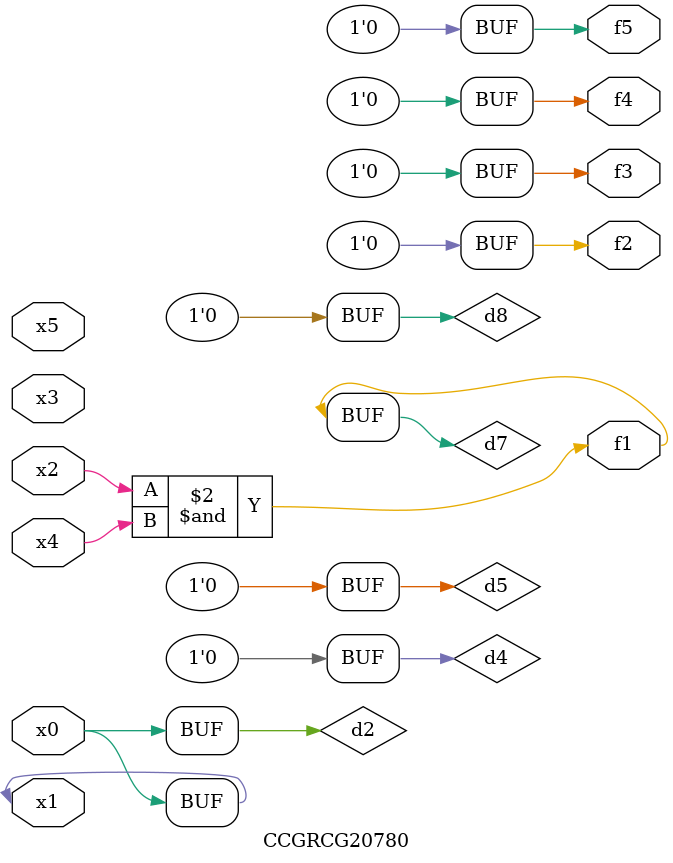
<source format=v>
module CCGRCG20780(
	input x0, x1, x2, x3, x4, x5,
	output f1, f2, f3, f4, f5
);

	wire d1, d2, d3, d4, d5, d6, d7, d8, d9;

	nand (d1, x1);
	buf (d2, x0, x1);
	nand (d3, x2, x4);
	and (d4, d1, d2);
	and (d5, d1, d2);
	nand (d6, d1, d3);
	not (d7, d3);
	xor (d8, d5);
	nor (d9, d5, d6);
	assign f1 = d7;
	assign f2 = d8;
	assign f3 = d8;
	assign f4 = d8;
	assign f5 = d8;
endmodule

</source>
